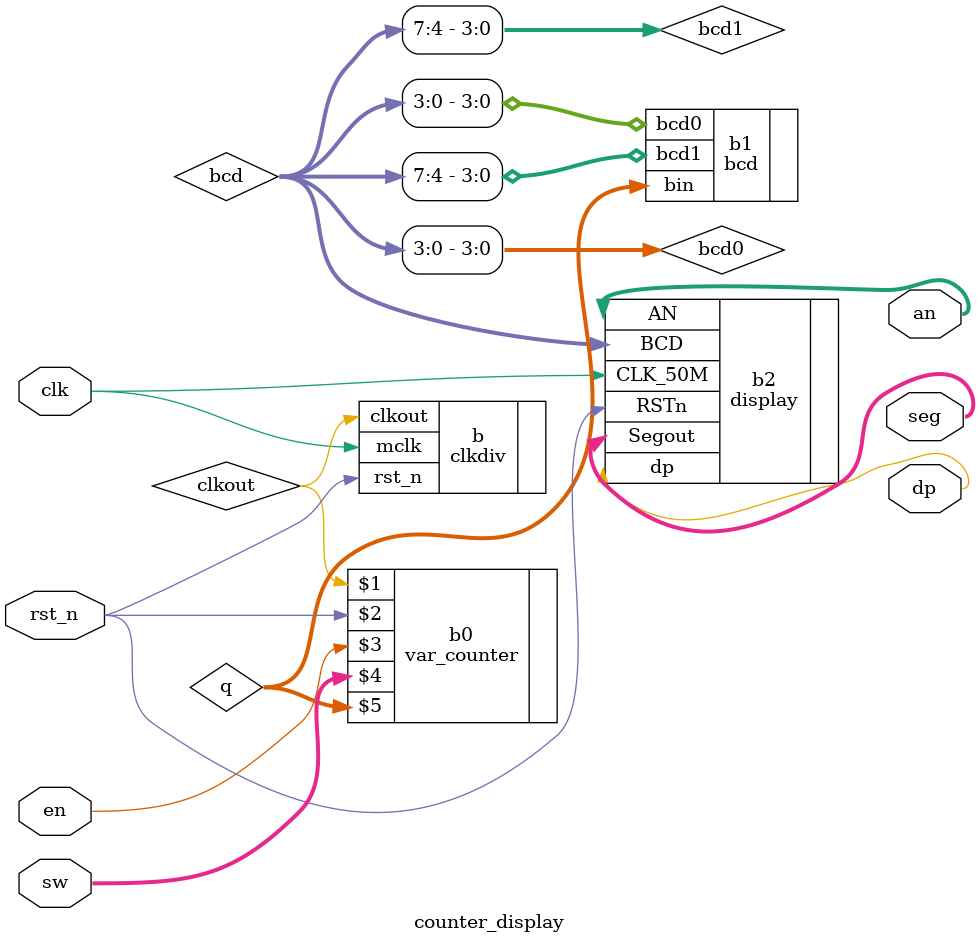
<source format=v>
`timescale 1ns / 1ps
module counter_display(clk,rst_n,en,sw,an,seg,dp);
    input clk,rst_n,en;
    input [1:0] sw;
    output [7:0] an;
    output [6:0] seg;
    output dp;
    
    wire [3:0] bcd1,bcd0,q;
    wire clk,rst_n,en;
    wire [7:0] bcd;
    wire clkout;
    
    assign bcd = {bcd1,bcd0};
    
    clkdiv b (
            .mclk(clk),
            .rst_n(rst_n),
            .clkout(clkout));
    var_counter b0 (clkout,rst_n,en,sw,q);
    bcd b1 (.bin(q),
            .bcd1(bcd1),
            .bcd0(bcd0));
    display b2 (
            .CLK_50M(clk), 
            .RSTn(rst_n), 
            .BCD(bcd), 
            .Segout(seg),
            .dp(dp),
            .AN(an));
    
endmodule

</source>
